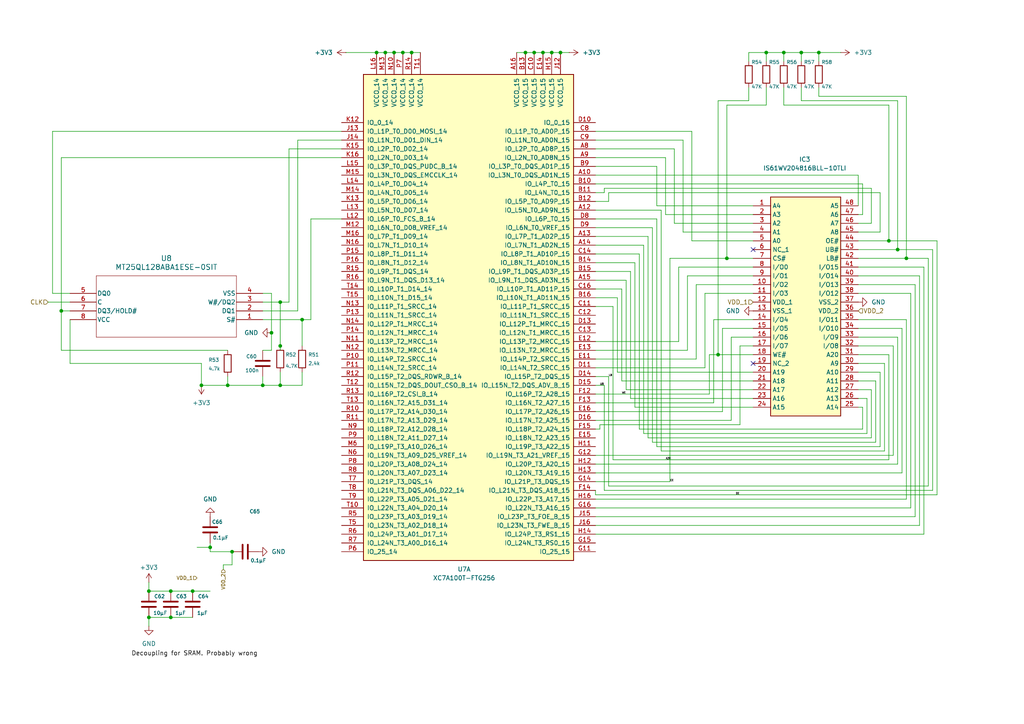
<source format=kicad_sch>
(kicad_sch (version 20250114) (generator "eeschema") (generator_version "9.0")
  (paper "A4")
  (lib_symbols
    (symbol "Device:C" (pin_numbers (hide yes)) (pin_names (offset 0.254))
      (property "Reference" "C" (at 0.635 2.54 0))
      (property "Value" "C" (at 0.635 -2.54 0))
      (symbol "C_0_1"
        (polyline (pts (xy -2.032 0.762) (xy 2.032 0.762)) (stroke (width 0.508)))
        (polyline (pts (xy -2.032 -0.762) (xy 2.032 -0.762)) (stroke (width 0.508)))
      )
      (symbol "C_1_1"
        (pin passive line (at 0 3.81 270) (length 2.794) (name "~") (number "1"))
        (pin passive line (at 0 -3.81 90) (length 2.794) (name "~") (number "2"))
      )
    )
    (symbol "Device:R" (pin_numbers (hide yes)) (pin_names (offset 0))
      (property "Reference" "R" (at 2.032 0 90))
      (property "Value" "R" (at 0 0 90))
      (symbol "R_0_1"
        (rectangle (start -1.016 -2.54) (end 1.016 2.54) (stroke (width 0.254)))
      )
      (symbol "R_1_1"
        (pin passive line (at 0 3.81 270) (length 1.27) (name "~") (number "1"))
        (pin passive line (at 0 -3.81 90) (length 1.27) (name "~") (number "2"))
      )
    )
    (symbol "FPGA_Xilinx_Artix7:XC7A100T-FTG256" (pin_names (offset 1.016))
      (property "Reference" "U7" (at 0 -76.2 0))
      (property "Value" "XC7A100T-FTG256" (at 0 -78.74 0))
      (symbol "XC7A100T-FTG256_1_1"
        (rectangle (start -44.45 67.31) (end 16.51 -73.66) (stroke (width 0.254)) (fill (type background)))
        (pin bidirectional line (at -50.8 53.34 0) (length 6.35) (name "IO_0_14") (number "K12"))
        (pin bidirectional line (at -50.8 50.8 0) (length 6.35) (name "IO_L1P_T0_D00_MOSI_14") (number "J13"))
        (pin bidirectional line (at -50.8 48.26 0) (length 6.35) (name "IO_L1N_T0_D01_DIN_14") (number "J14"))
        (pin bidirectional line (at -50.8 45.72 0) (length 6.35) (name "IO_L2P_T0_D02_14") (number "K15"))
        (pin bidirectional line (at -50.8 43.18 0) (length 6.35) (name "IO_L2N_T0_D03_14") (number "K16"))
        (pin bidirectional line (at -50.8 40.64 0) (length 6.35) (name "IO_L3P_T0_DQS_PUDC_B_14") (number "L15"))
        (pin bidirectional line (at -50.8 38.1 0) (length 6.35) (name "IO_L3N_T0_DQS_EMCCLK_14") (number "M15"))
        (pin bidirectional line (at -50.8 35.56 0) (length 6.35) (name "IO_L4P_T0_D04_14") (number "L14"))
        (pin bidirectional line (at -50.8 33.02 0) (length 6.35) (name "IO_L4N_T0_D05_14") (number "M14"))
        (pin bidirectional line (at -50.8 30.48 0) (length 6.35) (name "IO_L5P_T0_D06_14") (number "K13"))
        (pin bidirectional line (at -50.8 27.94 0) (length 6.35) (name "IO_L5N_T0_D07_14") (number "L13"))
        (pin bidirectional line (at -50.8 25.4 0) (length 6.35) (name "IO_L6P_T0_FCS_B_14") (number "L12"))
        (pin bidirectional line (at -50.8 22.86 0) (length 6.35) (name "IO_L6N_T0_D08_VREF_14") (number "M12"))
        (pin bidirectional line (at -50.8 20.32 0) (length 6.35) (name "IO_L7P_T1_D09_14") (number "M16"))
        (pin bidirectional line (at -50.8 17.78 0) (length 6.35) (name "IO_L7N_T1_D10_14") (number "N16"))
        (pin bidirectional line (at -50.8 15.24 0) (length 6.35) (name "IO_L8P_T1_D11_14") (number "P15"))
        (pin bidirectional line (at -50.8 12.7 0) (length 6.35) (name "IO_L8N_T1_D12_14") (number "P16"))
        (pin bidirectional line (at -50.8 10.16 0) (length 6.35) (name "IO_L9P_T1_DQS_14") (number "R15"))
        (pin bidirectional line (at -50.8 7.62 0) (length 6.35) (name "IO_L9N_T1_DQS_D13_14") (number "R16"))
        (pin bidirectional line (at -50.8 5.08 0) (length 6.35) (name "IO_L10P_T1_D14_14") (number "T14"))
        (pin bidirectional line (at -50.8 2.54 0) (length 6.35) (name "IO_L10N_T1_D15_14") (number "T15"))
        (pin bidirectional line (at -50.8 0 0) (length 6.35) (name "IO_L11P_T1_SRCC_14") (number "N13"))
        (pin bidirectional line (at -50.8 -2.54 0) (length 6.35) (name "IO_L11N_T1_SRCC_14") (number "P13"))
        (pin bidirectional line (at -50.8 -5.08 0) (length 6.35) (name "IO_L12P_T1_MRCC_14") (number "N14"))
        (pin bidirectional line (at -50.8 -7.62 0) (length 6.35) (name "IO_L12N_T1_MRCC_14") (number "P14"))
        (pin bidirectional line (at -50.8 -10.16 0) (length 6.35) (name "IO_L13P_T2_MRCC_14") (number "N11"))
        (pin bidirectional line (at -50.8 -12.7 0) (length 6.35) (name "IO_L13N_T2_MRCC_14") (number "N12"))
        (pin bidirectional line (at -50.8 -15.24 0) (length 6.35) (name "IO_L14P_T2_SRCC_14") (number "P10"))
        (pin bidirectional line (at -50.8 -17.78 0) (length 6.35) (name "IO_L14N_T2_SRCC_14") (number "P11"))
        (pin bidirectional line (at -50.8 -20.32 0) (length 6.35) (name "IO_L15P_T2_DQS_RDWR_B_14") (number "R12"))
        (pin bidirectional line (at -50.8 -22.86 0) (length 6.35) (name "IO_L15N_T2_DQS_DOUT_CSO_B_14") (number "T12"))
        (pin bidirectional line (at -50.8 -25.4 0) (length 6.35) (name "IO_L16P_T2_CSI_B_14") (number "R13"))
        (pin bidirectional line (at -50.8 -27.94 0) (length 6.35) (name "IO_L16N_T2_A15_D31_14") (number "T13"))
        (pin bidirectional line (at -50.8 -30.48 0) (length 6.35) (name "IO_L17P_T2_A14_D30_14") (number "R10"))
        (pin bidirectional line (at -50.8 -33.02 0) (length 6.35) (name "IO_L17N_T2_A13_D29_14") (number "R11"))
        (pin bidirectional line (at -50.8 -35.56 0) (length 6.35) (name "IO_L18P_T2_A12_D28_14") (number "N9"))
        (pin bidirectional line (at -50.8 -38.1 0) (length 6.35) (name "IO_L18N_T2_A11_D27_14") (number "P9"))
        (pin bidirectional line (at -50.8 -40.64 0) (length 6.35) (name "IO_L19P_T3_A10_D26_14") (number "M6"))
        (pin bidirectional line (at -50.8 -43.18 0) (length 6.35) (name "IO_L19N_T3_A09_D25_VREF_14") (number "N6"))
        (pin bidirectional line (at -50.8 -45.72 0) (length 6.35) (name "IO_L20P_T3_A08_D24_14") (number "P8"))
        (pin bidirectional line (at -50.8 -48.26 0) (length 6.35) (name "IO_L20N_T3_A07_D23_14") (number "R8"))
        (pin bidirectional line (at -50.8 -50.8 0) (length 6.35) (name "IO_L21P_T3_DQS_14") (number "T7"))
        (pin bidirectional line (at -50.8 -53.34 0) (length 6.35) (name "IO_L21N_T3_DQS_A06_D22_14") (number "T8"))
        (pin bidirectional line (at -50.8 -55.88 0) (length 6.35) (name "IO_L22P_T3_A05_D21_14") (number "T9"))
        (pin bidirectional line (at -50.8 -58.42 0) (length 6.35) (name "IO_L22N_T3_A04_D20_14") (number "T10"))
        (pin bidirectional line (at -50.8 -60.96 0) (length 6.35) (name "IO_L23P_T3_A03_D19_14") (number "R5"))
        (pin bidirectional line (at -50.8 -63.5 0) (length 6.35) (name "IO_L23N_T3_A02_D18_14") (number "T5"))
        (pin bidirectional line (at -50.8 -66.04 0) (length 6.35) (name "IO_L24P_T3_A01_D17_14") (number "R6"))
        (pin bidirectional line (at -50.8 -68.58 0) (length 6.35) (name "IO_L24N_T3_A00_D16_14") (number "R7"))
        (pin bidirectional line (at -50.8 -71.12 0) (length 6.35) (name "IO_25_14") (number "P6"))
        (pin power_in line (at -40.64 73.66 270) (length 6.35) (name "VCCO_14") (number "L16"))
        (pin power_in line (at -38.1 73.66 270) (length 6.35) (name "VCCO_14") (number "M13"))
        (pin power_in line (at -35.56 73.66 270) (length 6.35) (name "VCCO_14") (number "N10"))
        (pin power_in line (at -33.02 73.66 270) (length 6.35) (name "VCCO_14") (number "P7"))
        (pin power_in line (at -30.48 73.66 270) (length 6.35) (name "VCCO_14") (number "R14"))
        (pin power_in line (at -27.94 73.66 270) (length 6.35) (name "VCCO_14") (number "T11"))
        (pin power_in line (at 0 73.66 270) (length 6.35) (name "VCCO_15") (number "A16"))
        (pin power_in line (at 2.54 73.66 270) (length 6.35) (name "VCCO_15") (number "B13"))
        (pin power_in line (at 5.08 73.66 270) (length 6.35) (name "VCCO_15") (number "C10"))
        (pin power_in line (at 7.62 73.66 270) (length 6.35) (name "VCCO_15") (number "E14"))
        (pin power_in line (at 10.16 73.66 270) (length 6.35) (name "VCCO_15") (number "H15"))
        (pin power_in line (at 12.7 73.66 270) (length 6.35) (name "VCCO_15") (number "J12"))
        (pin bidirectional line (at 22.86 53.34 180) (length 6.35) (name "IO_0_15") (number "D10"))
        (pin bidirectional line (at 22.86 50.8 180) (length 6.35) (name "IO_L1P_T0_AD0P_15") (number "C8"))
        (pin bidirectional line (at 22.86 48.26 180) (length 6.35) (name "IO_L1N_T0_AD0N_15") (number "C9"))
        (pin bidirectional line (at 22.86 45.72 180) (length 6.35) (name "IO_L2P_T0_AD8P_15") (number "A8"))
        (pin bidirectional line (at 22.86 43.18 180) (length 6.35) (name "IO_L2N_T0_AD8N_15") (number "A9"))
        (pin bidirectional line (at 22.86 40.64 180) (length 6.35) (name "IO_L3P_T0_DQS_AD1P_15") (number "B9"))
        (pin bidirectional line (at 22.86 38.1 180) (length 6.35) (name "IO_L3N_T0_DQS_AD1N_15") (number "A10"))
        (pin bidirectional line (at 22.86 35.56 180) (length 6.35) (name "IO_L4P_T0_15") (number "B10"))
        (pin bidirectional line (at 22.86 33.02 180) (length 6.35) (name "IO_L4N_T0_15") (number "B11"))
        (pin bidirectional line (at 22.86 30.48 180) (length 6.35) (name "IO_L5P_T0_AD9P_15") (number "B12"))
        (pin bidirectional line (at 22.86 27.94 180) (length 6.35) (name "IO_L5N_T0_AD9N_15") (number "A12"))
        (pin bidirectional line (at 22.86 25.4 180) (length 6.35) (name "IO_L6P_T0_15") (number "D8"))
        (pin bidirectional line (at 22.86 22.86 180) (length 6.35) (name "IO_L6N_T0_VREF_15") (number "D9"))
        (pin bidirectional line (at 22.86 20.32 180) (length 6.35) (name "IO_L7P_T1_AD2P_15") (number "A13"))
        (pin bidirectional line (at 22.86 17.78 180) (length 6.35) (name "IO_L7N_T1_AD2N_15") (number "A14"))
        (pin bidirectional line (at 22.86 15.24 180) (length 6.35) (name "IO_L8P_T1_AD10P_15") (number "C14"))
        (pin bidirectional line (at 22.86 12.7 180) (length 6.35) (name "IO_L8N_T1_AD10N_15") (number "B14"))
        (pin bidirectional line (at 22.86 10.16 180) (length 6.35) (name "IO_L9P_T1_DQS_AD3P_15") (number "B15"))
        (pin bidirectional line (at 22.86 7.62 180) (length 6.35) (name "IO_L9N_T1_DQS_AD3N_15") (number "A15"))
        (pin bidirectional line (at 22.86 5.08 180) (length 6.35) (name "IO_L10P_T1_AD11P_15") (number "C16"))
        (pin bidirectional line (at 22.86 2.54 180) (length 6.35) (name "IO_L10N_T1_AD11N_15") (number "B16"))
        (pin bidirectional line (at 22.86 0 180) (length 6.35) (name "IO_L11P_T1_SRCC_15") (number "C11"))
        (pin bidirectional line (at 22.86 -2.54 180) (length 6.35) (name "IO_L11N_T1_SRCC_15") (number "C12"))
        (pin bidirectional line (at 22.86 -5.08 180) (length 6.35) (name "IO_L12P_T1_MRCC_15") (number "D13"))
        (pin bidirectional line (at 22.86 -7.62 180) (length 6.35) (name "IO_L12N_T1_MRCC_15") (number "C13"))
        (pin bidirectional line (at 22.86 -10.16 180) (length 6.35) (name "IO_L13P_T2_MRCC_15") (number "E12"))
        (pin bidirectional line (at 22.86 -12.7 180) (length 6.35) (name "IO_L13N_T2_MRCC_15") (number "E13"))
        (pin bidirectional line (at 22.86 -15.24 180) (length 6.35) (name "IO_L14P_T2_SRCC_15") (number "E11"))
        (pin bidirectional line (at 22.86 -17.78 180) (length 6.35) (name "IO_L14N_T2_SRCC_15") (number "D11"))
        (pin bidirectional line (at 22.86 -20.32 180) (length 6.35) (name "IO_L15P_T2_DQS_15") (number "D14"))
        (pin bidirectional line (at 22.86 -22.86 180) (length 6.35) (name "IO_L15N_T2_DQS_ADV_B_15") (number "D15"))
        (pin bidirectional line (at 22.86 -25.4 180) (length 6.35) (name "IO_L16P_T2_A28_15") (number "F12"))
        (pin bidirectional line (at 22.86 -27.94 180) (length 6.35) (name "IO_L16N_T2_A27_15") (number "F13"))
        (pin bidirectional line (at 22.86 -30.48 180) (length 6.35) (name "IO_L17P_T2_A26_15") (number "E16"))
        (pin bidirectional line (at 22.86 -33.02 180) (length 6.35) (name "IO_L17N_T2_A25_15") (number "D16"))
        (pin bidirectional line (at 22.86 -35.56 180) (length 6.35) (name "IO_L18P_T2_A24_15") (number "F15"))
        (pin bidirectional line (at 22.86 -38.1 180) (length 6.35) (name "IO_L18N_T2_A23_15") (number "E15"))
        (pin bidirectional line (at 22.86 -40.64 180) (length 6.35) (name "IO_L19P_T3_A22_15") (number "H11"))
        (pin bidirectional line (at 22.86 -43.18 180) (length 6.35) (name "IO_L19N_T3_A21_VREF_15") (number "G12"))
        (pin bidirectional line (at 22.86 -45.72 180) (length 6.35) (name "IO_L20P_T3_A20_15") (number "H12"))
        (pin bidirectional line (at 22.86 -48.26 180) (length 6.35) (name "IO_L20N_T3_A19_15") (number "H13"))
        (pin bidirectional line (at 22.86 -50.8 180) (length 6.35) (name "IO_L21P_T3_DQS_15") (number "G14"))
        (pin bidirectional line (at 22.86 -53.34 180) (length 6.35) (name "IO_L21N_T3_DQS_A18_15") (number "F14"))
        (pin bidirectional line (at 22.86 -55.88 180) (length 6.35) (name "IO_L22P_T3_A17_15") (number "H16"))
        (pin bidirectional line (at 22.86 -58.42 180) (length 6.35) (name "IO_L22N_T3_A16_15") (number "G16"))
        (pin bidirectional line (at 22.86 -60.96 180) (length 6.35) (name "IO_L23P_T3_FOE_B_15") (number "J15"))
        (pin bidirectional line (at 22.86 -63.5 180) (length 6.35) (name "IO_L23N_T3_FWE_B_15") (number "J16"))
        (pin bidirectional line (at 22.86 -66.04 180) (length 6.35) (name "IO_L24P_T3_RS1_15") (number "H14"))
        (pin bidirectional line (at 22.86 -68.58 180) (length 6.35) (name "IO_L24N_T3_RS0_15") (number "G15"))
        (pin bidirectional line (at 22.86 -71.12 180) (length 6.35) (name "IO_25_15") (number "G11"))
      )
      (symbol "XC7A100T-FTG256_2_1"
        (rectangle (start -44.45 67.31) (end 44.45 -73.66) (stroke (width 0.254)) (fill (type background)))
        (pin bidirectional line (at -50.8 53.34 0) (length 6.35) (name "IO_0_34") (number "L5"))
        (pin bidirectional line (at -50.8 50.8 0) (length 6.35) (name "IO_L1P_T0_34") (number "L4"))
        (pin bidirectional line (at -50.8 48.26 0) (length 6.35) (name "IO_L1N_T0_34") (number "M4"))
        (pin bidirectional line (at -50.8 45.72 0) (length 6.35) (name "IO_L2P_T0_34") (number "M2"))
        (pin bidirectional line (at -50.8 43.18 0) (length 6.35) (name "IO_L2N_T0_34") (number "M1"))
        (pin bidirectional line (at -50.8 40.64 0) (length 6.35) (name "IO_L3P_T0_DQS_34") (number "N3"))
        (pin bidirectional line (at -50.8 38.1 0) (length 6.35) (name "IO_L3N_T0_DQS_34") (number "N2"))
        (pin bidirectional line (at -50.8 35.56 0) (length 6.35) (name "IO_L4P_T0_34") (number "N1"))
        (pin bidirectional line (at -50.8 33.02 0) (length 6.35) (name "IO_L4N_T0_34") (number "P1"))
        (pin bidirectional line (at -50.8 30.48 0) (length 6.35) (name "IO_L5P_T0_34") (number "P4"))
        (pin bidirectional line (at -50.8 27.94 0) (length 6.35) (name "IO_L5N_T0_34") (number "P3"))
        (pin bidirectional line (at -50.8 25.4 0) (length 6.35) (name "IO_L6P_T0_34") (number "M5"))
        (pin bidirectional line (at -50.8 22.86 0) (length 6.35) (name "IO_L6N_T0_VREF_34") (number "N4"))
        (pin bidirectional line (at -50.8 20.32 0) (length 6.35) (name "IO_L7P_T1_34") (number "R2"))
        (pin bidirectional line (at -50.8 17.78 0) (length 6.35) (name "IO_L7N_T1_34") (number "R1"))
        (pin bidirectional line (at -50.8 15.24 0) (length 6.35) (name "IO_L8P_T1_34") (number "R3"))
        (pin bidirectional line (at -50.8 12.7 0) (length 6.35) (name "IO_L8N_T1_34") (number "T2"))
        (pin bidirectional line (at -50.8 10.16 0) (length 6.35) (name "IO_L9P_T1_DQS_34") (number "T4"))
        (pin bidirectional line (at -50.8 7.62 0) (length 6.35) (name "IO_L9N_T1_DQS_34") (number "T3"))
        (pin bidirectional line (at -50.8 5.08 0) (length 6.35) (name "IO_L10P_T1_34") (number "P5"))
        (pin power_in line (at -40.64 73.66 270) (length 6.35) (name "VCCO_34") (number "M3"))
        (pin power_in line (at -38.1 73.66 270) (length 6.35) (name "VCCO_34") (number "R4"))
        (pin power_in line (at -35.56 73.66 270) (length 6.35) (name "VCCO_34") (number "T1"))
        (pin power_in line (at 27.94 73.66 270) (length 6.35) (name "VCCO_35") (number "A6"))
        (pin power_in line (at 30.48 73.66 270) (length 6.35) (name "VCCO_35") (number "B3"))
        (pin power_in line (at 33.02 73.66 270) (length 6.35) (name "VCCO_35") (number "D7"))
        (pin power_in line (at 35.56 73.66 270) (length 6.35) (name "VCCO_35") (number "E4"))
        (pin power_in line (at 38.1 73.66 270) (length 6.35) (name "VCCO_35") (number "F1"))
        (pin power_in line (at 40.64 73.66 270) (length 6.35) (name "VCCO_35") (number "J2"))
        (pin bidirectional line (at 50.8 53.34 180) (length 6.35) (name "IO_0_35") (number "E6"))
        (pin bidirectional line (at 50.8 50.8 180) (length 6.35) (name "IO_L1P_T0_AD4P_35") (number "B7"))
        (pin bidirectional line (at 50.8 48.26 180) (length 6.35) (name "IO_L1N_T0_AD4N_35") (number "A7"))
        (pin bidirectional line (at 50.8 45.72 180) (length 6.35) (name "IO_L2P_T0_AD12P_35") (number "B6"))
        (pin bidirectional line (at 50.8 43.18 180) (length 6.35) (name "IO_L2N_T0_AD12N_35") (number "B5"))
        (pin bidirectional line (at 50.8 40.64 180) (length 6.35) (name "IO_L3P_T0_DQS_AD5P_35") (number "A5"))
        (pin bidirectional line (at 50.8 38.1 180) (length 6.35) (name "IO_L3N_T0_DQS_AD5N_35") (number "A4"))
        (pin bidirectional line (at 50.8 35.56 180) (length 6.35) (name "IO_L4P_T0_35") (number "B4"))
        (pin bidirectional line (at 50.8 33.02 180) (length 6.35) (name "IO_L4N_T0_35") (number "A3"))
        (pin bidirectional line (at 50.8 30.48 180) (length 6.35) (name "IO_L5P_T0_AD13P_35") (number "C7"))
        (pin bidirectional line (at 50.8 27.94 180) (length 6.35) (name "IO_L5N_T0_AD13N_35") (number "C6"))
        (pin bidirectional line (at 50.8 25.4 180) (length 6.35) (name "IO_L6P_T0_35") (number "D6"))
        (pin bidirectional line (at 50.8 22.86 180) (length 6.35) (name "IO_L6N_T0_VREF_35") (number "D5"))
        (pin bidirectional line (at 50.8 20.32 180) (length 6.35) (name "IO_L7P_T1_AD6P_35") (number "C3"))
        (pin bidirectional line (at 50.8 17.78 180) (length 6.35) (name "IO_L7N_T1_AD6N_35") (number "C2"))
        (pin bidirectional line (at 50.8 15.24 180) (length 6.35) (name "IO_L8P_T1_AD14P_35") (number "B2"))
        (pin bidirectional line (at 50.8 12.7 180) (length 6.35) (name "IO_L8N_T1_AD14N_35") (number "A2"))
        (pin bidirectional line (at 50.8 10.16 180) (length 6.35) (name "IO_L9P_T1_DQS_AD7P_35") (number "C1"))
        (pin bidirectional line (at 50.8 7.62 180) (length 6.35) (name "IO_L9N_T1_DQS_AD7N_35") (number "B1"))
        (pin bidirectional line (at 50.8 5.08 180) (length 6.35) (name "IO_L10P_T1_AD15P_35") (number "E2"))
        (pin bidirectional line (at 50.8 2.54 180) (length 6.35) (name "IO_L10N_T1_AD15N_35") (number "D1"))
        (pin bidirectional line (at 50.8 0 180) (length 6.35) (name "IO_L11P_T1_SRCC_35") (number "E3"))
        (pin bidirectional line (at 50.8 -2.54 180) (length 6.35) (name "IO_L11N_T1_SRCC_35") (number "D3"))
        (pin bidirectional line (at 50.8 -5.08 180) (length 6.35) (name "IO_L12P_T1_MRCC_35") (number "D4"))
        (pin bidirectional line (at 50.8 -7.62 180) (length 6.35) (name "IO_L12N_T1_MRCC_35") (number "C4"))
        (pin bidirectional line (at 50.8 -10.16 180) (length 6.35) (name "IO_L13P_T2_MRCC_35") (number "F5"))
        (pin bidirectional line (at 50.8 -12.7 180) (length 6.35) (name "IO_L13N_T2_MRCC_35") (number "E5"))
        (pin bidirectional line (at 50.8 -15.24 180) (length 6.35) (name "IO_L14P_T2_SRCC_35") (number "F4"))
        (pin bidirectional line (at 50.8 -17.78 180) (length 6.35) (name "IO_L14N_T2_SRCC_35") (number "F3"))
        (pin bidirectional line (at 50.8 -20.32 180) (length 6.35) (name "IO_L15P_T2_DQS_35") (number "F2"))
        (pin bidirectional line (at 50.8 -22.86 180) (length 6.35) (name "IO_L15N_T2_DQS_35") (number "E1"))
        (pin bidirectional line (at 50.8 -25.4 180) (length 6.35) (name "IO_L16P_T2_35") (number "G5"))
        (pin bidirectional line (at 50.8 -27.94 180) (length 6.35) (name "IO_L16N_T2_35") (number "G4"))
        (pin bidirectional line (at 50.8 -30.48 180) (length 6.35) (name "IO_L17P_T2_35") (number "G2"))
        (pin bidirectional line (at 50.8 -33.02 180) (length 6.35) (name "IO_L17N_T2_35") (number "G1"))
        (pin bidirectional line (at 50.8 -35.56 180) (length 6.35) (name "IO_L18P_T2_35") (number "H5"))
        (pin bidirectional line (at 50.8 -38.1 180) (length 6.35) (name "IO_L18N_T2_35") (number "H4"))
        (pin bidirectional line (at 50.8 -40.64 180) (length 6.35) (name "IO_L19P_T3_35") (number "J5"))
        (pin bidirectional line (at 50.8 -43.18 180) (length 6.35) (name "IO_L19N_T3_VREF_35") (number "J4"))
        (pin bidirectional line (at 50.8 -45.72 180) (length 6.35) (name "IO_L20P_T3_35") (number "H2"))
        (pin bidirectional line (at 50.8 -48.26 180) (length 6.35) (name "IO_L20N_T3_35") (number "H1"))
        (pin bidirectional line (at 50.8 -50.8 180) (length 6.35) (name "IO_L21P_T3_DQS_35") (number "J3"))
        (pin bidirectional line (at 50.8 -53.34 180) (length 6.35) (name "IO_L21N_T3_DQS_35") (number "H3"))
        (pin bidirectional line (at 50.8 -55.88 180) (length 6.35) (name "IO_L22P_T3_35") (number "K1"))
        (pin bidirectional line (at 50.8 -58.42 180) (length 6.35) (name "IO_L22N_T3_35") (number "J1"))
        (pin bidirectional line (at 50.8 -60.96 180) (length 6.35) (name "IO_L23P_T3_35") (number "L3"))
        (pin bidirectional line (at 50.8 -63.5 180) (length 6.35) (name "IO_L23N_T3_35") (number "L2"))
        (pin bidirectional line (at 50.8 -66.04 180) (length 6.35) (name "IO_L24P_T3_35") (number "K3"))
        (pin bidirectional line (at 50.8 -68.58 180) (length 6.35) (name "IO_L24N_T3_35") (number "K2"))
        (pin bidirectional line (at 50.8 -71.12 180) (length 6.35) (name "IO_25_35") (number "K5"))
      )
      (symbol "XC7A100T-FTG256_3_1"
        (rectangle (start -31.75 34.29) (end 31.75 -40.64) (stroke (width 0.254)) (fill (type background)))
        (pin power_in line (at 27.94 40.64 270) (length 6.35) (name "VCCO_0") (number "L6"))
        (pin bidirectional line (at 38.1 20.32 180) (length 6.35) (name "TDI_0") (number "N7"))
        (pin bidirectional line (at 38.1 17.78 180) (length 6.35) (name "TDO_0") (number "N8"))
        (pin bidirectional line (at 38.1 15.24 180) (length 6.35) (name "TMS_0") (number "M7"))
        (pin bidirectional line (at 38.1 12.7 180) (length 6.35) (name "TCK_0") (number "L7"))
        (pin bidirectional line (at 38.1 7.62 180) (length 6.35) (name "CCLK_0") (number "E8"))
        (pin bidirectional line (at 38.1 5.08 180) (length 6.35) (name "M0_0") (number "M9"))
        (pin bidirectional line (at 38.1 2.54 180) (length 6.35) (name "M1_0") (number "M10"))
        (pin bidirectional line (at 38.1 0 180) (length 6.35) (name "M2_0") (number "M11"))
        (pin bidirectional line (at 38.1 -5.08 180) (length 6.35) (name "DONE_0") (number "H10"))
        (pin bidirectional line (at 38.1 -7.62 180) (length 6.35) (name "INIT_B_0") (number "K10"))
        (pin bidirectional line (at 38.1 -10.16 180) (length 6.35) (name "PROGRAM_B_0") (number "L9"))
        (pin bidirectional line (at 38.1 -15.24 180) (length 6.35) (name "CFGBVS_0") (number "E7"))
        (pin bidirectional line (at 38.1 -20.32 180) (length 6.35) (name "VP_0") (number "H8"))
        (pin bidirectional line (at 38.1 -22.86 180) (length 6.35) (name "VN_0") (number "J7"))
        (pin bidirectional line (at 38.1 -27.94 180) (length 6.35) (name "VREFP_0") (number "J8"))
        (pin bidirectional line (at 38.1 -30.48 180) (length 6.35) (name "VREFN_0") (number "H7"))
        (pin bidirectional line (at 38.1 -35.56 180) (length 6.35) (name "DXP_0") (number "K8"))
        (pin bidirectional line (at 38.1 -38.1 180) (length 6.35) (name "DXN_0") (number "K7"))
      )
      (symbol "XC7A100T-FTG256_4_1"
        (rectangle (start -19.05 35.56) (end 19.05 -35.56) (stroke (width 0.254)) (fill (type background)))
        (pin power_in line (at -25.4 33.02 0) (length 6.35) (name "VCCAUX") (number "G10"))
        (pin power_in line (at -25.4 30.48 0) (length 6.35) (name "VCCAUX") (number "J10"))
        (pin power_in line (at -25.4 27.94 0) (length 6.35) (name "VCCAUX") (number "K11"))
        (pin power_in line (at -25.4 25.4 0) (length 6.35) (name "VCCAUX") (number "L10"))
        (pin power_in line (at -25.4 20.32 0) (length 6.35) (name "GNDADC_0") (number "G7"))
        (pin power_in line (at -25.4 17.78 0) (length 6.35) (name "VCCADC_0") (number "G8"))
        (pin power_in line (at -25.4 15.24 0) (length 6.35) (name "VCCBATT_0") (number "F8"))
        (pin power_in line (at -25.4 12.7 0) (length 6.35) (name "VCCBRAM") (number "E10"))
        (pin power_in line (at -25.4 10.16 0) (length 6.35) (name "VCCBRAM") (number "F11"))
        (pin power_in line (at -25.4 2.54 0) (length 6.35) (name "GND") (number "A1"))
        (pin power_in line (at -25.4 0 0) (length 6.35) (name "GND") (number "A11"))
        (pin power_in line (at -25.4 -2.54 0) (length 6.35) (name "GND") (number "B8"))
        (pin power_in line (at -25.4 -5.08 0) (length 6.35) (name "GND") (number "C5"))
        (pin power_in line (at -25.4 -7.62 0) (length 6.35) (name "GND") (number "C15"))
        (pin power_in line (at -25.4 -10.16 0) (length 6.35) (name "GND") (number "D2"))
        (pin power_in line (at -25.4 -12.7 0) (length 6.35) (name "GND") (number "D12"))
        (pin power_in line (at -25.4 -15.24 0) (length 6.35) (name "GND") (number "E9"))
        (pin power_in line (at -25.4 -17.78 0) (length 6.35) (name "GND") (number "F6"))
        (pin power_in line (at -25.4 -20.32 0) (length 6.35) (name "GND") (number "F10"))
        (pin power_in line (at -25.4 -22.86 0) (length 6.35) (name "GND") (number "F16"))
        (pin power_in line (at -25.4 -25.4 0) (length 6.35) (name "GND") (number "G3"))
        (pin power_in line (at -25.4 -27.94 0) (length 6.35) (name "GND") (number "G9"))
        (pin power_in line (at -25.4 -30.48 0) (length 6.35) (name "GND") (number "G13"))
        (pin power_in line (at -25.4 -33.02 0) (length 6.35) (name "GND") (number "H6"))
        (pin power_in line (at 25.4 33.02 180) (length 6.35) (name "VCCINT") (number "F7"))
        (pin power_in line (at 25.4 30.48 180) (length 6.35) (name "VCCINT") (number "F9"))
        (pin power_in line (at 25.4 27.94 180) (length 6.35) (name "VCCINT") (number "G6"))
        (pin power_in line (at 25.4 25.4 180) (length 6.35) (name "VCCINT") (number "H9"))
        (pin power_in line (at 25.4 22.86 180) (length 6.35) (name "VCCINT") (number "J6"))
        (pin power_in line (at 25.4 20.32 180) (length 6.35) (name "VCCINT") (number "K9"))
        (pin power_in line (at 25.4 17.78 180) (length 6.35) (name "VCCINT") (number "L8"))
        (pin power_in line (at 25.4 2.54 180) (length 6.35) (name "GND") (number "J9"))
        (pin power_in line (at 25.4 0 180) (length 6.35) (name "GND") (number "J11"))
        (pin power_in line (at 25.4 -2.54 180) (length 6.35) (name "GND") (number "K4"))
        (pin power_in line (at 25.4 -5.08 180) (length 6.35) (name "GND") (number "K6"))
        (pin power_in line (at 25.4 -7.62 180) (length 6.35) (name "GND") (number "K14"))
        (pin power_in line (at 25.4 -10.16 180) (length 6.35) (name "GND") (number "L1"))
        (pin power_in line (at 25.4 -12.7 180) (length 6.35) (name "GND") (number "L11"))
        (pin power_in line (at 25.4 -15.24 180) (length 6.35) (name "GND") (number "M8"))
        (pin power_in line (at 25.4 -17.78 180) (length 6.35) (name "GND") (number "N5"))
        (pin power_in line (at 25.4 -20.32 180) (length 6.35) (name "GND") (number "N15"))
        (pin power_in line (at 25.4 -22.86 180) (length 6.35) (name "GND") (number "P2"))
        (pin power_in line (at 25.4 -25.4 180) (length 6.35) (name "GND") (number "P12"))
        (pin power_in line (at 25.4 -27.94 180) (length 6.35) (name "GND") (number "R9"))
        (pin power_in line (at 25.4 -30.48 180) (length 6.35) (name "GND") (number "T6"))
        (pin power_in line (at 25.4 -33.02 180) (length 6.35) (name "GND") (number "T16"))
      )
    )
    (symbol "IS61WV204816BLL-10TLI:IS61WV204816BLL-10TLI"
      (property "Reference" "IC" (at 26.67 7.62 0))
      (property "Value" "IS61WV204816BLL-10TLI" (at 26.67 5.08 0))
      (symbol "IS61WV204816BLL-10TLI_1_1"
        (rectangle (start 5.08 2.54) (end 25.4 -60.96) (stroke (width 0.254)) (fill (type background)))
        (pin passive line (at 0 0 0) (length 5.08) (name "A4") (number "1"))
        (pin passive line (at 0 -2.54 0) (length 5.08) (name "A3") (number "2"))
        (pin passive line (at 0 -5.08 0) (length 5.08) (name "A2") (number "3"))
        (pin passive line (at 0 -7.62 0) (length 5.08) (name "A1") (number "4"))
        (pin passive line (at 0 -10.16 0) (length 5.08) (name "A0") (number "5"))
        (pin passive line (at 0 -12.7 0) (length 5.08) (name "NC_1") (number "6"))
        (pin passive line (at 0 -15.24 0) (length 5.08) (name "CS#") (number "7"))
        (pin passive line (at 0 -17.78 0) (length 5.08) (name "I/O0") (number "8"))
        (pin passive line (at 0 -20.32 0) (length 5.08) (name "I/O1") (number "9"))
        (pin passive line (at 0 -22.86 0) (length 5.08) (name "I/O2") (number "10"))
        (pin passive line (at 0 -25.4 0) (length 5.08) (name "I/O3") (number "11"))
        (pin passive line (at 0 -27.94 0) (length 5.08) (name "VDD_1") (number "12"))
        (pin passive line (at 0 -30.48 0) (length 5.08) (name "VSS_1") (number "13"))
        (pin passive line (at 0 -33.02 0) (length 5.08) (name "I/O4") (number "14"))
        (pin passive line (at 0 -35.56 0) (length 5.08) (name "I/O5") (number "15"))
        (pin passive line (at 0 -38.1 0) (length 5.08) (name "I/O6") (number "16"))
        (pin passive line (at 0 -40.64 0) (length 5.08) (name "I/O7") (number "17"))
        (pin passive line (at 0 -43.18 0) (length 5.08) (name "WE#") (number "18"))
        (pin passive line (at 0 -45.72 0) (length 5.08) (name "NC_2") (number "19"))
        (pin passive line (at 0 -48.26 0) (length 5.08) (name "A19") (number "20"))
        (pin passive line (at 0 -50.8 0) (length 5.08) (name "A18") (number "21"))
        (pin passive line (at 0 -53.34 0) (length 5.08) (name "A17") (number "22"))
        (pin passive line (at 0 -55.88 0) (length 5.08) (name "A16") (number "23"))
        (pin passive line (at 0 -58.42 0) (length 5.08) (name "A15") (number "24"))
        (pin passive line (at 30.48 0 180) (length 5.08) (name "A5") (number "48"))
        (pin passive line (at 30.48 -2.54 180) (length 5.08) (name "A6") (number "47"))
        (pin passive line (at 30.48 -5.08 180) (length 5.08) (name "A7") (number "46"))
        (pin passive line (at 30.48 -7.62 180) (length 5.08) (name "A8") (number "45"))
        (pin passive line (at 30.48 -10.16 180) (length 5.08) (name "OE#") (number "44"))
        (pin passive line (at 30.48 -12.7 180) (length 5.08) (name "UB#") (number "43"))
        (pin passive line (at 30.48 -15.24 180) (length 5.08) (name "LB#") (number "42"))
        (pin passive line (at 30.48 -17.78 180) (length 5.08) (name "I/O15") (number "41"))
        (pin passive line (at 30.48 -20.32 180) (length 5.08) (name "I/O14") (number "40"))
        (pin passive line (at 30.48 -22.86 180) (length 5.08) (name "I/O13") (number "39"))
        (pin passive line (at 30.48 -25.4 180) (length 5.08) (name "I/O12") (number "38"))
        (pin passive line (at 30.48 -27.94 180) (length 5.08) (name "VSS_2") (number "37"))
        (pin passive line (at 30.48 -30.48 180) (length 5.08) (name "VDD_2") (number "36"))
        (pin passive line (at 30.48 -33.02 180) (length 5.08) (name "I/O11") (number "35"))
        (pin passive line (at 30.48 -35.56 180) (length 5.08) (name "I/O10") (number "34"))
        (pin passive line (at 30.48 -38.1 180) (length 5.08) (name "I/O9") (number "33"))
        (pin passive line (at 30.48 -40.64 180) (length 5.08) (name "I/O8") (number "32"))
        (pin passive line (at 30.48 -43.18 180) (length 5.08) (name "A20") (number "31"))
        (pin passive line (at 30.48 -45.72 180) (length 5.08) (name "A9") (number "30"))
        (pin passive line (at 30.48 -48.26 180) (length 5.08) (name "A10") (number "29"))
        (pin passive line (at 30.48 -50.8 180) (length 5.08) (name "A11") (number "28"))
        (pin passive line (at 30.48 -53.34 180) (length 5.08) (name "A12") (number "27"))
        (pin passive line (at 30.48 -55.88 180) (length 5.08) (name "A13") (number "26"))
        (pin passive line (at 30.48 -58.42 180) (length 5.08) (name "A14") (number "25"))
      )
    )
    (symbol "MT25QL128ABA1ESE_FPGAFLASH:MT25QL128ABA1ESE-0SIT" (pin_names (offset 0.254))
      (property "Reference" "U" (at 27.94 10.16 0))
      (property "Value" "MT25QL128ABA1ESE-0SIT" (at 27.94 7.62 0))
      (symbol "MT25QL128ABA1ESE-0SIT_0_1"
        (polyline (pts (xy 7.62 5.08) (xy 7.62 -12.7)) (stroke (width 0.127)))
        (polyline (pts (xy 7.62 -12.7) (xy 48.26 -12.7)) (stroke (width 0.127)))
        (polyline (pts (xy 48.26 5.08) (xy 7.62 5.08)) (stroke (width 0.127)))
        (polyline (pts (xy 48.26 -12.7) (xy 48.26 5.08)) (stroke (width 0.127)))
        (pin input line (at 0 0 0) (length 7.62) (name "S#") (number "1"))
        (pin bidirectional line (at 0 -2.54 0) (length 7.62) (name "DQ1") (number "2"))
        (pin bidirectional line (at 0 -5.08 0) (length 7.62) (name "W#/DQ2") (number "3"))
        (pin power_out line (at 0 -7.62 0) (length 7.62) (name "VSS") (number "4"))
        (pin power_in line (at 55.88 0 180) (length 7.62) (name "VCC") (number "8"))
        (pin bidirectional line (at 55.88 -2.54 180) (length 7.62) (name "DQ3/HOLD#") (number "7"))
        (pin input line (at 55.88 -5.08 180) (length 7.62) (name "C") (number "6"))
        (pin bidirectional line (at 55.88 -7.62 180) (length 7.62) (name "DQ0") (number "5"))
      )
    )
    (symbol "power:+3V3" (power) (pin_numbers (hide yes)) (pin_names (offset 0) (hide yes))
      (property "Value" "+3V3" (at 0 3.556 0))
      (symbol "+3V3_0_1"
        (polyline (pts (xy -0.762 1.27) (xy 0 2.54)))
        (polyline (pts (xy 0 2.54) (xy 0.762 1.27)))
        (polyline (pts (xy 0 0) (xy 0 2.54)))
      )
      (symbol "+3V3_1_1"
        (pin power_in line (at 0 0 90) (length 0) (name "~") (number "1"))
      )
    )
    (symbol "power:GND" (power) (pin_numbers (hide yes)) (pin_names (offset 0) (hide yes))
      (property "Value" "GND" (at 0 -3.81 0))
      (symbol "GND_0_1"
        (polyline (pts (xy 0 0) (xy 0 -1.27) (xy 1.27 -1.27) (xy 0 -2.54) (xy -1.27 -1.27) (xy 0 -1.27)))
      )
      (symbol "GND_1_1"
        (pin power_in line (at 0 0 270) (length 0) (name "~") (number "1"))
      )
    )
  )
  (junction (at 67.31 160.02))
  (junction (at 81.28 111.76))
  (junction (at 114.3 15.24))
  (junction (at 208.28 102.87))
  (junction (at 76.2 111.76))
  (junction (at 58.42 111.76))
  (junction (at 17.78 90.17))
  (junction (at 160.02 15.24))
  (junction (at 162.56 15.24))
  (junction (at 43.18 171.45))
  (junction (at 78.74 96.52))
  (junction (at 260.35 72.39))
  (junction (at 66.04 111.76))
  (junction (at 49.53 171.45))
  (junction (at 60.96 158.75))
  (junction (at 210.82 74.93))
  (junction (at 109.22 15.24))
  (junction (at 43.18 179.07))
  (junction (at 154.94 15.24))
  (junction (at 119.38 15.24))
  (junction (at 227.33 15.24))
  (junction (at 111.76 15.24))
  (junction (at 55.88 171.45))
  (junction (at 152.4 15.24))
  (junction (at 232.41 15.24))
  (junction (at 262.89 74.93))
  (junction (at 81.28 100.33))
  (junction (at 237.49 15.24))
  (junction (at 257.81 69.85))
  (junction (at 222.25 15.24))
  (junction (at 49.53 179.07))
  (junction (at 81.28 87.63))
  (junction (at 157.48 15.24))
  (junction (at 87.63 92.71))
  (junction (at 116.84 15.24))
  (no_connect (at 218.44 105.41))
  (no_connect (at 218.44 72.39))
  (wire (pts (xy 248.92 77.47) (xy 267.97 77.47)))
  (wire (pts (xy 49.53 179.07) (xy 55.88 179.07)))
  (wire (pts (xy 270.51 142.24) (xy 270.51 72.39)))
  (wire (pts (xy 109.22 15.24) (xy 111.76 15.24)))
  (wire (pts (xy 182.88 115.57) (xy 182.88 78.74)))
  (wire (pts (xy 248.92 50.8) (xy 248.92 59.69)))
  (wire (pts (xy 232.41 25.4) (xy 232.41 29.21)))
  (wire (pts (xy 218.44 118.11) (xy 184.15 118.11)))
  (wire (pts (xy 207.01 116.84) (xy 207.01 92.71)))
  (wire (pts (xy 248.92 92.71) (xy 262.89 92.71)))
  (wire (pts (xy 176.53 109.22) (xy 176.53 140.97)))
  (wire (pts (xy 248.92 64.77) (xy 252.73 64.77)))
  (wire (pts (xy 266.7 152.4) (xy 266.7 80.01)))
  (wire (pts (xy 227.33 30.48) (xy 257.81 30.48)))
  (wire (pts (xy 172.72 104.14) (xy 201.93 104.14)))
  (wire (pts (xy 172.72 40.64) (xy 198.12 40.64)))
  (wire (pts (xy 255.27 107.95) (xy 255.27 129.54)))
  (wire (pts (xy 210.82 74.93) (xy 218.44 74.93)))
  (wire (pts (xy 172.72 101.6) (xy 199.39 101.6)))
  (wire (pts (xy 200.66 69.85) (xy 200.66 38.1)))
  (wire (pts (xy 248.92 69.85) (xy 257.81 69.85)))
  (wire (pts (xy 222.25 15.24) (xy 222.25 17.78)))
  (wire (pts (xy 20.32 85.09) (xy 15.24 85.09)))
  (wire (pts (xy 248.92 113.03) (xy 252.73 113.03)))
  (wire (pts (xy 60.96 157.48) (xy 60.96 158.75)))
  (wire (pts (xy 186.69 125.73) (xy 186.69 71.12)))
  (wire (pts (xy 271.78 69.85) (xy 271.78 143.51)))
  (wire (pts (xy 218.44 64.77) (xy 195.58 64.77)))
  (wire (pts (xy 175.26 111.76) (xy 175.26 142.24)))
  (wire (pts (xy 218.44 77.47) (xy 196.85 77.47)))
  (wire (pts (xy 187.96 127) (xy 187.96 68.58)))
  (wire (pts (xy 214.63 123.19) (xy 214.63 100.33)))
  (wire (pts (xy 185.42 124.46) (xy 250.19 124.46)))
  (wire (pts (xy 208.28 102.87) (xy 218.44 102.87)))
  (wire (pts (xy 43.18 179.07) (xy 49.53 179.07)))
  (wire (pts (xy 172.72 45.72) (xy 193.04 45.72)))
  (wire (pts (xy 209.55 95.25) (xy 209.55 119.38)))
  (wire (pts (xy 172.72 124.46) (xy 173.99 124.46)))
  (wire (pts (xy 255.27 55.88) (xy 176.53 55.88)))
  (wire (pts (xy 100.33 15.24) (xy 109.22 15.24)))
  (wire (pts (xy 214.63 100.33) (xy 218.44 100.33)))
  (wire (pts (xy 248.92 74.93) (xy 262.89 74.93)))
  (wire (pts (xy 172.72 60.96) (xy 191.77 60.96)))
  (wire (pts (xy 227.33 25.4) (xy 227.33 30.48)))
  (wire (pts (xy 175.26 142.24) (xy 270.51 142.24)))
  (wire (pts (xy 58.42 105.41) (xy 58.42 111.76)))
  (wire (pts (xy 86.36 40.64) (xy 99.06 40.64)))
  (wire (pts (xy 189.23 128.27) (xy 189.23 66.04)))
  (wire (pts (xy 177.8 88.9) (xy 177.8 133.35)))
  (wire (pts (xy 198.12 67.31) (xy 198.12 40.64)))
  (wire (pts (xy 86.36 90.17) (xy 86.36 40.64)))
  (wire (pts (xy 259.08 100.33) (xy 259.08 132.08)))
  (wire (pts (xy 186.69 125.73) (xy 251.46 125.73)))
  (wire (pts (xy 13.97 87.63) (xy 20.32 87.63)))
  (wire (pts (xy 212.09 121.92) (xy 212.09 97.79)))
  (wire (pts (xy 218.44 110.49) (xy 180.34 110.49)))
  (wire (pts (xy 248.92 95.25) (xy 261.62 95.25)))
  (wire (pts (xy 172.72 68.58) (xy 187.96 68.58)))
  (wire (pts (xy 81.28 87.63) (xy 83.82 87.63)))
  (wire (pts (xy 255.27 55.88) (xy 255.27 67.31)))
  (wire (pts (xy 260.35 29.21) (xy 232.41 29.21)))
  (wire (pts (xy 248.92 102.87) (xy 257.81 102.87)))
  (wire (pts (xy 252.73 54.61) (xy 175.26 54.61)))
  (wire (pts (xy 172.72 132.08) (xy 259.08 132.08)))
  (wire (pts (xy 175.26 54.61) (xy 175.26 55.88)))
  (wire (pts (xy 257.81 102.87) (xy 257.81 133.35)))
  (wire (pts (xy 180.34 110.49) (xy 180.34 83.82)))
  (wire (pts (xy 217.17 29.21) (xy 208.28 29.21)))
  (wire (pts (xy 81.28 100.33) (xy 81.28 101.6)))
  (wire (pts (xy 76.2 90.17) (xy 86.36 90.17)))
  (wire (pts (xy 172.72 38.1) (xy 200.66 38.1)))
  (wire (pts (xy 81.28 107.95) (xy 81.28 111.76)))
  (wire (pts (xy 260.35 72.39) (xy 270.51 72.39)))
  (wire (pts (xy 157.48 15.24) (xy 160.02 15.24)))
  (wire (pts (xy 222.25 15.24) (xy 227.33 15.24)))
  (wire (pts (xy 172.72 43.18) (xy 195.58 43.18)))
  (wire (pts (xy 119.38 15.24) (xy 121.92 15.24)))
  (wire (pts (xy 172.72 111.76) (xy 175.26 111.76)))
  (wire (pts (xy 76.2 101.6) (xy 78.74 101.6)))
  (wire (pts (xy 210.82 30.48) (xy 210.82 74.93)))
  (wire (pts (xy 172.72 149.86) (xy 265.43 149.86)))
  (wire (pts (xy 248.92 107.95) (xy 255.27 107.95)))
  (wire (pts (xy 172.72 106.68) (xy 204.47 106.68)))
  (wire (pts (xy 251.46 115.57) (xy 251.46 125.73)))
  (wire (pts (xy 195.58 64.77) (xy 195.58 43.18)))
  (wire (pts (xy 222.25 30.48) (xy 222.25 25.4)))
  (wire (pts (xy 58.42 105.41) (xy 20.32 105.41)))
  (wire (pts (xy 217.17 17.78) (xy 217.17 15.24)))
  (wire (pts (xy 81.28 87.63) (xy 81.28 100.33)))
  (wire (pts (xy 172.72 116.84) (xy 207.01 116.84)))
  (wire (pts (xy 76.2 85.09) (xy 78.74 85.09)))
  (wire (pts (xy 227.33 15.24) (xy 227.33 17.78)))
  (wire (pts (xy 172.72 144.78) (xy 262.89 144.78)))
  (wire (pts (xy 43.18 171.45) (xy 49.53 171.45)))
  (wire (pts (xy 237.49 27.94) (xy 237.49 25.4)))
  (wire (pts (xy 194.31 74.93) (xy 194.31 139.7)))
  (wire (pts (xy 43.18 179.07) (xy 43.18 181.61)))
  (wire (pts (xy 172.72 143.51) (xy 271.78 143.51)))
  (wire (pts (xy 218.44 62.23) (xy 193.04 62.23)))
  (wire (pts (xy 205.74 102.87) (xy 205.74 114.3)))
  (wire (pts (xy 218.44 113.03) (xy 181.61 113.03)))
  (wire (pts (xy 172.72 88.9) (xy 177.8 88.9)))
  (wire (pts (xy 218.44 59.69) (xy 190.5 59.69)))
  (wire (pts (xy 172.72 99.06) (xy 196.85 99.06)))
  (wire (pts (xy 232.41 15.24) (xy 237.49 15.24)))
  (wire (pts (xy 248.92 100.33) (xy 259.08 100.33)))
  (wire (pts (xy 252.73 54.61) (xy 252.73 64.77)))
  (wire (pts (xy 76.2 111.76) (xy 66.04 111.76)))
  (wire (pts (xy 177.8 133.35) (xy 257.81 133.35)))
  (wire (pts (xy 265.43 82.55) (xy 265.43 149.86)))
  (wire (pts (xy 257.81 30.48) (xy 257.81 69.85)))
  (wire (pts (xy 64.77 163.83) (xy 64.77 165.1)))
  (wire (pts (xy 187.96 127) (xy 252.73 127)))
  (wire (pts (xy 212.09 97.79) (xy 218.44 97.79)))
  (wire (pts (xy 190.5 129.54) (xy 255.27 129.54)))
  (wire (pts (xy 262.89 74.93) (xy 269.24 74.93)))
  (wire (pts (xy 172.72 147.32) (xy 264.16 147.32)))
  (wire (pts (xy 227.33 15.24) (xy 232.41 15.24)))
  (wire (pts (xy 160.02 15.24) (xy 162.56 15.24)))
  (wire (pts (xy 172.72 78.74) (xy 182.88 78.74)))
  (wire (pts (xy 248.92 85.09) (xy 264.16 85.09)))
  (wire (pts (xy 172.72 55.88) (xy 175.26 55.88)))
  (wire (pts (xy 15.24 38.1) (xy 99.06 38.1)))
  (wire (pts (xy 90.17 63.5) (xy 99.06 63.5)))
  (wire (pts (xy 248.92 105.41) (xy 256.54 105.41)))
  (wire (pts (xy 55.88 171.45) (xy 60.96 171.45)))
  (wire (pts (xy 250.19 62.23) (xy 250.19 53.34)))
  (wire (pts (xy 218.44 107.95) (xy 179.07 107.95)))
  (wire (pts (xy 264.16 147.32) (xy 264.16 85.09)))
  (wire (pts (xy 184.15 118.11) (xy 184.15 76.2)))
  (wire (pts (xy 76.2 109.22) (xy 76.2 111.76)))
  (wire (pts (xy 111.76 15.24) (xy 114.3 15.24)))
  (wire (pts (xy 81.28 111.76) (xy 76.2 111.76)))
  (wire (pts (xy 57.15 158.75) (xy 60.96 158.75)))
  (wire (pts (xy 256.54 105.41) (xy 256.54 130.81)))
  (wire (pts (xy 152.4 15.24) (xy 154.94 15.24)))
  (wire (pts (xy 218.44 67.31) (xy 198.12 67.31)))
  (wire (pts (xy 172.72 139.7) (xy 194.31 139.7)))
  (wire (pts (xy 64.77 163.83) (xy 67.31 163.83)))
  (wire (pts (xy 17.78 45.72) (xy 17.78 90.17)))
  (wire (pts (xy 60.96 160.02) (xy 67.31 160.02)))
  (wire (pts (xy 90.17 92.71) (xy 90.17 63.5)))
  (wire (pts (xy 173.99 123.19) (xy 214.63 123.19)))
  (wire (pts (xy 162.56 15.24) (xy 165.1 15.24)))
  (wire (pts (xy 248.92 110.49) (xy 254 110.49)))
  (wire (pts (xy 43.18 168.91) (xy 43.18 171.45)))
  (wire (pts (xy 154.94 15.24) (xy 157.48 15.24)))
  (wire (pts (xy 254 110.49) (xy 254 128.27)))
  (wire (pts (xy 252.73 113.03) (xy 252.73 127)))
  (wire (pts (xy 248.92 80.01) (xy 266.7 80.01)))
  (wire (pts (xy 262.89 27.94) (xy 237.49 27.94)))
  (wire (pts (xy 78.74 85.09) (xy 78.74 96.52)))
  (wire (pts (xy 193.04 62.23) (xy 193.04 45.72)))
  (wire (pts (xy 20.32 92.71) (xy 20.32 105.41)))
  (wire (pts (xy 114.3 15.24) (xy 116.84 15.24)))
  (wire (pts (xy 248.92 67.31) (xy 255.27 67.31)))
  (wire (pts (xy 237.49 15.24) (xy 237.49 17.78)))
  (wire (pts (xy 49.53 171.45) (xy 55.88 171.45)))
  (wire (pts (xy 87.63 107.95) (xy 87.63 111.76)))
  (wire (pts (xy 78.74 96.52) (xy 78.74 101.6)))
  (wire (pts (xy 217.17 15.24) (xy 222.25 15.24)))
  (wire (pts (xy 87.63 111.76) (xy 81.28 111.76)))
  (wire (pts (xy 172.72 63.5) (xy 190.5 63.5)))
  (wire (pts (xy 181.61 81.28) (xy 172.72 81.28)))
  (wire (pts (xy 176.53 140.97) (xy 269.24 140.97)))
  (wire (pts (xy 176.53 55.88) (xy 176.53 58.42)))
  (wire (pts (xy 83.82 43.18) (xy 99.06 43.18)))
  (wire (pts (xy 172.72 58.42) (xy 176.53 58.42)))
  (wire (pts (xy 209.55 95.25) (xy 218.44 95.25)))
  (wire (pts (xy 87.63 92.71) (xy 90.17 92.71)))
  (wire (pts (xy 248.92 115.57) (xy 251.46 115.57)))
  (wire (pts (xy 116.84 15.24) (xy 119.38 15.24)))
  (wire (pts (xy 210.82 30.48) (xy 222.25 30.48)))
  (wire (pts (xy 17.78 90.17) (xy 17.78 101.6)))
  (wire (pts (xy 172.72 53.34) (xy 250.19 53.34)))
  (wire (pts (xy 172.72 152.4) (xy 266.7 152.4)))
  (wire (pts (xy 237.49 15.24) (xy 243.84 15.24)))
  (wire (pts (xy 196.85 77.47) (xy 196.85 99.06)))
  (wire (pts (xy 248.92 50.8) (xy 172.72 50.8)))
  (wire (pts (xy 217.17 25.4) (xy 217.17 29.21)))
  (wire (pts (xy 172.72 48.26) (xy 190.5 48.26)))
  (wire (pts (xy 262.89 27.94) (xy 262.89 74.93)))
  (wire (pts (xy 248.92 72.39) (xy 260.35 72.39)))
  (wire (pts (xy 260.35 29.21) (xy 260.35 72.39)))
  (wire (pts (xy 201.93 82.55) (xy 201.93 104.14)))
  (wire (pts (xy 184.15 76.2) (xy 172.72 76.2)))
  (wire (pts (xy 172.72 134.62) (xy 260.35 134.62)))
  (wire (pts (xy 181.61 113.03) (xy 181.61 81.28)))
  (wire (pts (xy 218.44 85.09) (xy 204.47 85.09)))
  (wire (pts (xy 199.39 101.6) (xy 199.39 80.01)))
  (wire (pts (xy 248.92 118.11) (xy 250.19 118.11)))
  (wire (pts (xy 199.39 80.01) (xy 218.44 80.01)))
  (wire (pts (xy 87.63 92.71) (xy 87.63 100.33)))
  (wire (pts (xy 172.72 71.12) (xy 186.69 71.12)))
  (wire (pts (xy 191.77 130.81) (xy 191.77 60.96)))
  (wire (pts (xy 218.44 115.57) (xy 182.88 115.57)))
  (wire (pts (xy 218.44 69.85) (xy 200.66 69.85)))
  (wire (pts (xy 76.2 92.71) (xy 87.63 92.71)))
  (wire (pts (xy 76.2 87.63) (xy 81.28 87.63)))
  (wire (pts (xy 269.24 74.93) (xy 269.24 140.97)))
  (wire (pts (xy 189.23 128.27) (xy 254 128.27)))
  (wire (pts (xy 179.07 107.95) (xy 179.07 86.36)))
  (wire (pts (xy 60.96 158.75) (xy 60.96 160.02)))
  (wire (pts (xy 260.35 134.62) (xy 260.35 97.79)))
  (wire (pts (xy 15.24 85.09) (xy 15.24 38.1)))
  (wire (pts (xy 17.78 45.72) (xy 99.06 45.72)))
  (wire (pts (xy 250.19 118.11) (xy 250.19 124.46)))
  (wire (pts (xy 248.92 62.23) (xy 250.19 62.23)))
  (wire (pts (xy 232.41 15.24) (xy 232.41 17.78)))
  (wire (pts (xy 185.42 124.46) (xy 185.42 73.66)))
  (wire (pts (xy 172.72 114.3) (xy 205.74 114.3)))
  (wire (pts (xy 172.72 66.04) (xy 189.23 66.04)))
  (wire (pts (xy 172.72 154.94) (xy 267.97 154.94)))
  (wire (pts (xy 205.74 102.87) (xy 208.28 102.87)))
  (wire (pts (xy 194.31 74.93) (xy 210.82 74.93)))
  (wire (pts (xy 190.5 129.54) (xy 190.5 63.5)))
  (wire (pts (xy 66.04 109.22) (xy 66.04 111.76)))
  (wire (pts (xy 172.72 86.36) (xy 179.07 86.36)))
  (wire (pts (xy 267.97 77.47) (xy 267.97 154.94)))
  (wire (pts (xy 83.82 87.63) (xy 83.82 43.18)))
  (wire (pts (xy 173.99 123.19) (xy 173.99 124.46)))
  (wire (pts (xy 208.28 29.21) (xy 208.28 102.87)))
  (wire (pts (xy 207.01 92.71) (xy 218.44 92.71)))
  (wire (pts (xy 66.04 111.76) (xy 58.42 111.76)))
  (wire (pts (xy 172.72 142.24) (xy 172.72 143.51)))
  (wire (pts (xy 201.93 82.55) (xy 218.44 82.55)))
  (wire (pts (xy 17.78 101.6) (xy 66.04 101.6)))
  (wire (pts (xy 149.86 15.24) (xy 152.4 15.24)))
  (wire (pts (xy 67.31 163.83) (xy 67.31 160.02)))
  (wire (pts (xy 204.47 85.09) (xy 204.47 106.68)))
  (wire (pts (xy 172.72 119.38) (xy 209.55 119.38)))
  (wire (pts (xy 20.32 90.17) (xy 17.78 90.17)))
  (wire (pts (xy 248.92 97.79) (xy 260.35 97.79)))
  (wire (pts (xy 248.92 82.55) (xy 265.43 82.55)))
  (wire (pts (xy 172.72 83.82) (xy 180.34 83.82)))
  (wire (pts (xy 172.72 109.22) (xy 176.53 109.22)))
  (wire (pts (xy 261.62 137.16) (xy 261.62 95.25)))
  (wire (pts (xy 257.81 69.85) (xy 271.78 69.85)))
  (wire (pts (xy 172.72 137.16) (xy 261.62 137.16)))
  (wire (pts (xy 172.72 73.66) (xy 185.42 73.66)))
  (wire (pts (xy 191.77 130.81) (xy 256.54 130.81)))
  (wire (pts (xy 190.5 59.69) (xy 190.5 48.26)))
  (wire (pts (xy 262.89 144.78) (xy 262.89 92.71)))
  (wire (pts (xy 172.72 121.92) (xy 212.09 121.92)))
  (label "UB" (at 173.99 111.76 0) (effects (font (size 0.508 0.508))))
  (label "LB" (at 176.53 109.22 0) (effects (font (size 0.508 0.508))))
  (label "OE" (at 213.36 143.51 0) (effects (font (size 0.508 0.508))))
  (label "WE" (at 180.34 114.3 0) (effects (font (size 0.508 0.508))))
  (label "CE" (at 194.31 139.7 0) (effects (font (size 0.508 0.508))))
  (label "Decoupling for SRAM. Probably wrong" (at 38.1 190.5 0))
  (label "A20" (at 193.04 133.35 0) (effects (font (size 0.508 0.508))))
  (hierarchical_label "CLK" (shape input) (at 13.97 87.63 180))
  (hierarchical_label "VDD_1" (shape input) (at 57.15 167.64 180) (effects (font (size 1.016 1.016))))
  (hierarchical_label "VDD_2" (shape input) (at 248.92 90.17 0))
  (hierarchical_label "VDD_2" (shape input) (at 64.77 165.1 270) (effects (font (size 1.016 1.016))))
  (hierarchical_label "VDD_1" (shape input) (at 218.44 87.63 180))
  (symbol (lib_id "power:GND") (at 43.18 181.61 0) (unit 1)
    (property "Reference" "#PWR064" (effects (hide yes)))
    (property "Value" "GND" (at 43.18 186.69 0))
    (property "Description" "Power symbol creates a global label with name \"GND\" , ground" (effects (hide yes)))
  )
  (symbol (lib_id "power:GND") (at 78.74 96.52 270) (unit 1)
    (property "Reference" "#PWR051" (effects (hide yes)))
    (property "Value" "GND" (at 74.93 96.5199 90) (effects (justify right)))
    (property "Description" "Power symbol creates a global label with name \"GND\" , ground" (effects (hide yes)))
  )
  (symbol (lib_id "power:+3V3") (at 100.33 15.24 90) (unit 1)
    (property "Reference" "#PWR053" (effects (hide yes)))
    (property "Value" "+3V3" (at 96.52 15.2399 90) (effects (justify left)))
    (property "Description" "Power symbol creates a global label with name \"+3V3\"" (effects (hide yes)))
  )
  (symbol (lib_id "Device:C") (at 76.2 105.41 0) (unit 1)
    (property "Reference" "C60" (at 71.374 103.378 0) (effects (font (size 1.016 1.016)) (justify left)))
    (property "Value" "100n" (at 71.12 107.442 0) (effects (font (size 1.016 1.016)) (justify left)))
    (property "Description" "Unpolarized capacitor" (effects (hide yes)))
  )
  (symbol (lib_id "Device:C") (at 49.53 175.26 0) (unit 1)
    (property "Reference" "C63" (at 51.054 172.974 0) (effects (font (size 1.016 1.016)) (justify left)))
    (property "Value" "1µF" (at 50.8 177.8 0) (effects (font (size 1.016 1.016)) (justify left)))
    (property "Description" "Unpolarized capacitor" (effects (hide yes)))
  )
  (symbol (lib_id "Device:R") (at 222.25 21.59 0) (unit 1)
    (property "Reference" "R55" (at 223.012 18.034 0) (effects (font (size 1.016 1.016)) (justify left)))
    (property "Value" "47K" (at 223.012 25.146 0) (effects (font (size 1.016 1.016)) (justify left)))
    (property "Description" "Resistor" (effects (hide yes)))
  )
  (symbol (lib_id "Device:R") (at 237.49 21.59 0) (unit 1)
    (property "Reference" "R58" (at 238.252 18.034 0) (effects (font (size 1.016 1.016)) (justify left)))
    (property "Value" "47K" (at 238.252 25.146 0) (effects (font (size 1.016 1.016)) (justify left)))
    (property "Description" "Resistor" (effects (hide yes)))
  )
  (symbol (lib_id "power:+3V3") (at 243.84 15.24 270) (unit 1)
    (property "Reference" "#PWR055" (effects (hide yes)))
    (property "Value" "+3V3" (at 247.65 15.2399 90) (effects (justify left)))
    (property "Description" "Power symbol creates a global label with name \"+3V3\"" (effects (hide yes)))
  )
  (symbol (lib_id "Device:C") (at 55.88 175.26 0) (unit 1)
    (property "Reference" "C64" (at 57.404 172.974 0) (effects (font (size 1.016 1.016)) (justify left)))
    (property "Value" "1µF" (at 57.15 177.8 0) (effects (font (size 1.016 1.016)) (justify left)))
    (property "Description" "Unpolarized capacitor" (effects (hide yes)))
  )
  (symbol (lib_id "Device:R") (at 217.17 21.59 0) (unit 1)
    (property "Reference" "R54" (at 217.932 18.034 0) (effects (font (size 1.016 1.016)) (justify left)))
    (property "Value" "47K" (at 217.932 25.146 0) (effects (font (size 1.016 1.016)) (justify left)))
    (property "Description" "Resistor" (effects (hide yes)))
  )
  (symbol (lib_id "power:+3V3") (at 43.18 168.91 0) (unit 1)
    (property "Reference" "#PWR063" (effects (hide yes)))
    (property "Value" "+3V3" (at 43.18 164.592 0))
    (property "Description" "Power symbol creates a global label with name \"+3V3\"" (effects (hide yes)))
  )
  (symbol (lib_id "Device:C") (at 43.18 175.26 0) (unit 1)
    (property "Reference" "C62" (at 44.704 172.974 0) (effects (font (size 1.016 1.016)) (justify left)))
    (property "Value" "10µF" (at 44.45 177.8 0) (effects (font (size 1.016 1.016)) (justify left)))
    (property "Description" "Unpolarized capacitor" (effects (hide yes)))
  )
  (symbol (lib_id "IS61WV204816BLL-10TLI:IS61WV204816BLL-10TLI") (at 218.44 59.69 0) (unit 1)
    (property "Reference" "IC3" (at 233.426 46.228 0))
    (property "Value" "IS61WV204816BLL-10TLI" (at 233.426 48.768 0))
    (property "Footprint" "SOP50P2000X120-48N" (effects (hide yes)))
    (property "Datasheet" "http://www.issi.com/WW/pdf/61-64WV204816BLL.pdf" (effects (hide yes)))
    (property "Description" "IC SRAM 32M PARALLEL 48TSOP I" (effects (hide yes)))
    (property "Height" "1.2" (effects (hide yes)))
    (property "Mouser Part Number" "870-WV204816BLL10TLI" (effects (hide yes)))
    (property "Mouser Price/Stock" "https://www.mouser.co.uk/ProductDetail/ISSI/IS61WV204816BLL-10TLI?qs=cttFivMKqWz%252BDMMKFLCg1w%3D%3D" (effects (hide yes)))
    (property "Manufacturer_Name" "Integrated Silicon Solution Inc." (effects (hide yes)))
    (property "Manufacturer_Part_Number" "IS61WV204816BLL-10TLI" (effects (hide yes)))
  )
  (symbol (lib_id "Device:R") (at 66.04 105.41 0) (unit 1)
    (property "Reference" "R53" (at 60.452 104.394 0) (effects (font (size 1.016 1.016)) (justify left)))
    (property "Value" "4.7k" (at 60.452 106.934 0) (effects (font (size 1.016 1.016)) (justify left)))
    (property "Description" "Resistor" (effects (hide yes)))
  )
  (symbol (lib_id "power:GND") (at 248.92 87.63 90) (unit 1)
    (property "Reference" "#PWR061" (effects (hide yes)))
    (property "Value" "GND" (at 252.73 87.6299 90) (effects (justify right)))
    (property "Description" "Power symbol creates a global label with name \"GND\" , ground" (effects (hide yes)))
  )
  (symbol (lib_id "Device:R") (at 232.41 21.59 0) (unit 1)
    (property "Reference" "R57" (at 233.172 18.034 0) (effects (font (size 1.016 1.016)) (justify left)))
    (property "Value" "47K" (at 233.172 25.146 0) (effects (font (size 1.016 1.016)) (justify left)))
    (property "Description" "Resistor" (effects (hide yes)))
  )
  (symbol (lib_id "Device:C") (at 71.12 160.02 90) (unit 1)
    (property "Reference" "C65" (at 73.914 148.336 90) (effects (font (size 1.016 1.016))))
    (property "Value" "0.1µF" (at 74.93 162.56 90) (effects (font (size 1.016 1.016))))
    (property "Description" "Unpolarized capacitor" (effects (hide yes)))
  )
  (symbol (lib_id "Device:C") (at 60.96 153.67 0) (unit 1)
    (property "Reference" "C66" (at 61.468 151.384 0) (effects (font (size 1.016 1.016)) (justify left)))
    (property "Value" "0.1µF" (at 61.722 155.956 0) (effects (font (size 1.016 1.016)) (justify left)))
    (property "Description" "Unpolarized capacitor" (effects (hide yes)))
  )
  (symbol (lib_id "Device:R") (at 87.63 104.14 0) (unit 1)
    (property "Reference" "R51" (at 89.408 102.87 0) (effects (font (size 1.016 1.016)) (justify left)))
    (property "Value" "2.4k" (at 89.408 105.41 0) (effects (font (size 1.016 1.016)) (justify left)))
    (property "Description" "Resistor" (effects (hide yes)))
  )
  (symbol (lib_id "power:+3V3") (at 165.1 15.24 270) (unit 1)
    (property "Reference" "#PWR054" (effects (hide yes)))
    (property "Value" "+3V3" (at 168.91 15.2399 90) (effects (justify left)))
    (property "Description" "Power symbol creates a global label with name \"+3V3\"" (effects (hide yes)))
  )
  (symbol (lib_id "FPGA_Xilinx_Artix7:XC7A100T-FTG256") (at 149.86 88.9 0) (unit 1)
    (property "Reference" "U7" (at 134.62 165.1 0))
    (property "Value" "XC7A100T-FTG256" (at 134.62 167.64 0))
    (property "Description" "Artix 7 T 100 XC7A100T-FTG256" (effects (hide yes)))
  )
  (symbol (lib_id "MT25QL128ABA1ESE_FPGAFLASH:MT25QL128ABA1ESE-0SIT") (at 76.2 92.71 180) (unit 1)
    (property "Reference" "U8" (at 48.26 74.93 0) (effects (font (size 1.524 1.524))))
    (property "Value" "MT25QL128ABA1ESE-0SIT" (at 48.26 77.47 0) (effects (font (size 1.524 1.524))))
    (property "Footprint" "SOP2_8PIN_208MIL_MRN" (effects (hide yes)))
    (property "Datasheet" "MT25QL128ABA1ESE-0SIT" (effects (hide yes)))
  )
  (symbol (lib_id "Device:R") (at 81.28 104.14 0) (unit 1)
    (property "Reference" "R52" (at 82.804 102.87 0) (effects (font (size 1.016 1.016)) (justify left)))
    (property "Value" "4.7K" (at 82.804 106.172 0) (effects (font (size 1.016 1.016)) (justify left)))
    (property "Description" "Resistor" (effects (hide yes)))
  )
  (symbol (lib_id "power:+3V3") (at 58.42 111.76 180) (unit 1)
    (property "Reference" "#PWR052" (effects (hide yes)))
    (property "Value" "+3V3" (at 58.42 116.84 0))
    (property "Description" "Power symbol creates a global label with name \"+3V3\"" (effects (hide yes)))
  )
  (symbol (lib_id "power:GND") (at 218.44 90.17 270) (unit 1)
    (property "Reference" "#PWR062" (effects (hide yes)))
    (property "Value" "GND" (at 214.63 90.1699 90) (effects (justify right)))
    (property "Description" "Power symbol creates a global label with name \"GND\" , ground" (effects (hide yes)))
  )
  (symbol (lib_id "Device:R") (at 227.33 21.59 0) (unit 1)
    (property "Reference" "R56" (at 228.092 18.034 0) (effects (font (size 1.016 1.016)) (justify left)))
    (property "Value" "47K" (at 228.092 25.146 0) (effects (font (size 1.016 1.016)) (justify left)))
    (property "Description" "Resistor" (effects (hide yes)))
  )
  (symbol (lib_id "power:GND") (at 74.93 160.02 90) (unit 1)
    (property "Reference" "#PWR066" (effects (hide yes)))
    (property "Value" "GND" (at 78.74 160.0199 90) (effects (justify right)))
    (property "Description" "Power symbol creates a global label with name \"GND\" , ground" (effects (hide yes)))
  )
  (symbol (lib_id "power:GND") (at 60.96 149.86 180) (unit 1)
    (property "Reference" "#PWR065" (effects (hide yes)))
    (property "Value" "GND" (at 60.96 144.78 0))
    (property "Description" "Power symbol creates a global label with name \"GND\" , ground" (effects (hide yes)))
  )
)
</source>
